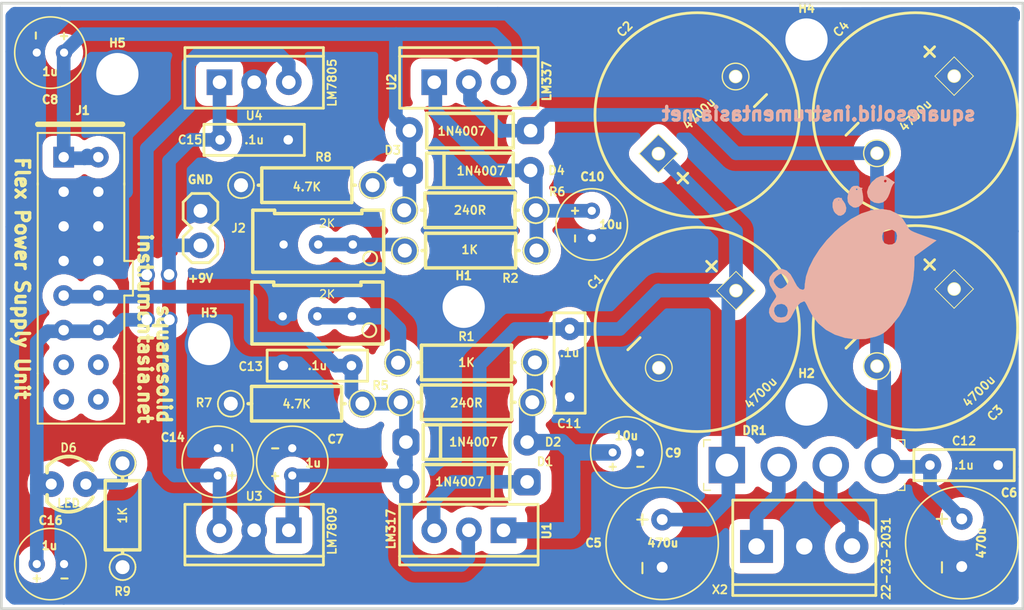
<source format=kicad_pcb>
(kicad_pcb (version 20171130) (host pcbnew "(5.0.2-5)-5")
  (layers (0 Top signal) (31 Bottom signal) (34 B.Paste user) (35 F.Paste user) (36 B.SilkS user) (37 F.SilkS user) (38 B.Mask user) (39 F.Mask user) (44 Edge.Cuts user))
  (net 0 "")
  (net 1 GND)
  (net 2 "Net-(C9-Pad+)")
  (net 3 "Net-(R2-Pad1)")
  (net 4 "Net-(R1-Pad1)")
  (net 5 "Net-(C10-Pad+)")
  (net 6 /+12VAC)
  (net 7 /-12VAC)
  (net 8 /+12VDC)
  (net 9 /-12VDC)
  (net 10 +5V)
  (net 11 "Net-(J1-Pad14)")
  (net 12 "Net-(J1-Pad13)")
  (net 13 "Net-(J1-Pad15)")
  (net 14 "Net-(J1-Pad16)")
  (net 15 "Net-(D6-Pad1)")
  (net 16 +12Vor+15V)
  (net 17 -12Vor-15V)
  (net 18 +12Vor+9V)
  (module custom-footprints:MountingHolePad_M3 (layer Top) (at 134.493 77.089)
    (fp_text reference H5 (at 0 -2.286) (layer F.SilkS) (effects (font (size 0.6 0.6))))
    (fp_text value MountingHole_Pad hide)
    (pad 1 thru_hole circle (at 0 0) (size 3.6 3.6) (drill 3.1) (layers *.Cu *.Mask) (net 1 GND))
  )
  (module "SF Connectors:1X02" (layer Top) (at 140.589 89.662 90)
    (fp_text reference J2 (at 1.27 2.794) (layer F.SilkS) (effects (font (size 0.6096 0.6096) (thickness 0.127))))
    (fp_text value CONN_02 hide)
    (pad 1 thru_hole circle (at 0 0 90) (size 1.8796 1.8796) (drill 1.016) (layers *.Cu *.Mask) (net 18 +12Vor+9V))
    (pad 2 thru_hole circle (at 2.54 0 90) (size 1.8796 1.8796) (drill 1.016) (layers *.Cu *.Mask) (net 1 GND))
  )
  (module custom-footprints:MountingHolePad_M3 (layer Top) (at 141.224 96.901)
    (fp_text reference H3 (at 0 -2.286) (layer F.SilkS) (effects (font (size 0.6 0.6))))
    (fp_text value MountingHole_Pad hide)
    (pad 1 thru_hole circle (at 0 0) (size 3.6 3.6) (drill 3.1) (layers *.Cu *.Mask) (net 1 GND))
  )
  (module custom-footprints:MountingHolePad_M3 (layer Top) (at 185.039 101.346)
    (fp_text reference H2 (at 0 -2.286) (layer F.SilkS) (effects (font (size 0.6 0.6))))
    (fp_text value MountingHole_Pad hide)
    (pad 1 thru_hole circle (at 0 0) (size 3.6 3.6) (drill 3.1) (layers *.Cu *.Mask) (net 1 GND))
  )
  (module custom-footprints:MountingHolePad_M3 (layer Top) (at 159.893 94.1705)
    (fp_text reference H1 (at 0 -2.286) (layer F.SilkS) (effects (font (size 0.6 0.6))))
    (fp_text value MountingHole_Pad hide)
    (pad 1 thru_hole circle (at 0 0) (size 3.6 3.6) (drill 3.1) (layers *.Cu *.Mask) (net 1 GND))
  )
  (module custom-footprints:MountingHolePad_M3 (layer Top) (at 185.039 74.549)
    (fp_text reference H4 (at 0 -2.286) (layer F.SilkS) (effects (font (size 0.6 0.6))))
    (fp_text value MountingHole_Pad hide)
    (pad 1 thru_hole circle (at 0 0) (size 3.6 3.6) (drill 3.1) (layers *.Cu *.Mask) (net 1 GND))
  )
  (module custom-footprints:C_Radial_D8.0mm_H7.0mm_P3.50mm (layer Top) (at 196.424184 109.739272 270)
    (fp_text reference C6 (at -1.916272 -3.473816) (layer F.SilkS) (effects (font (size 0.6 0.6))))
    (fp_text value 470u (at 1.766728 -1.441816 90) (layer F.SilkS) (effects (font (size 0.6 0.6))))
    (fp_text user - (at 3.556 1.524 270) (layer F.SilkS))
    (fp_text user + (at 0 1.524 270) (layer F.SilkS))
    (pad + thru_hole circle (at 0 0 270) (size 1.6 1.6) (drill 0.8) (layers *.Cu *.Mask) (net 9 /-12VDC))
    (pad - thru_hole circle (at 3.5 0 270) (size 1.6 1.6) (drill 0.8) (layers *.Cu *.Mask) (net 1 GND))
  )
  (module custom-footprints:C_Radial_D8.0mm_H7.0mm_P3.50mm (layer Top) (at 174.453184 109.790072 270)
    (fp_text reference C5 (at 1.715928 5.035184) (layer F.SilkS) (effects (font (size 0.6 0.6))))
    (fp_text value 470u (at 1.715928 -0.044816 180) (layer F.SilkS) (effects (font (size 0.6 0.6))))
    (fp_text user + (at 0 1.524 270) (layer F.SilkS))
    (fp_text user - (at 3.556 1.524 270) (layer F.SilkS))
    (pad - thru_hole circle (at 3.5 0 270) (size 1.6 1.6) (drill 0.8) (layers *.Cu *.Mask) (net 1 GND))
    (pad + thru_hole circle (at 0 0 270) (size 1.6 1.6) (drill 0.8) (layers *.Cu *.Mask) (net 8 /+12VDC))
  )
  (module digikey-footprints:SIP-4_W3.81mm (layer Top) (at 179.197 105.791)
    (fp_text reference DR1 (at 2.032 -2.54) (layer F.SilkS) (effects (font (size 0.6 0.6))))
    (fp_text value KBP04G hide)
    (pad 1 thru_hole rect (at 0 0) (size 2.67 2.67) (drill 1.67) (layers *.Cu *.Mask) (net 8 /+12VDC))
    (pad 2 thru_hole circle (at 3.81 0) (size 2.67 2.67) (drill 1.67) (layers *.Cu *.Mask) (net 6 /+12VAC))
    (pad 3 thru_hole circle (at 7.62 0) (size 2.67 2.67) (drill 1.67) (layers *.Cu *.Mask) (net 7 /-12VAC))
    (pad 4 thru_hole circle (at 11.43 0) (size 2.67 2.67) (drill 1.67) (layers *.Cu *.Mask) (net 9 /-12VDC))
  )
  (module europi:IDC-2x8 (layer Top) (at 131.826 92.075 270)
    (fp_text reference J1 (at -12.319 -0.127) (layer F.SilkS) (effects (font (size 0.6 0.6))))
    (fp_text value EURO_PWR_2x8_IDC hide)
    (pad 6 thru_hole circle (at -3.81 -1.27 270) (size 1.524 1.524) (drill 0.762) (layers *.Cu *.Mask) (net 1 GND))
    (pad 8 thru_hole circle (at -1.27 -1.27 270) (size 1.524 1.524) (drill 0.762) (layers *.Cu *.Mask) (net 1 GND))
    (pad 10 thru_hole circle (at 1.27 -1.27 270) (size 1.524 1.524) (drill 0.762) (layers *.Cu *.Mask) (net 16 +12Vor+15V))
    (pad 4 thru_hole circle (at -6.35 -1.27 270) (size 1.524 1.524) (drill 0.762) (layers *.Cu *.Mask) (net 1 GND))
    (pad 2 thru_hole circle (at -8.89 -1.27 270) (size 1.524 1.524) (drill 0.762) (layers *.Cu *.Mask) (net 17 -12Vor-15V))
    (pad 1 thru_hole rect (at -8.89 1.27 270) (size 1.524 1.524) (drill 0.762) (layers *.Cu *.Mask) (net 17 -12Vor-15V))
    (pad 3 thru_hole circle (at -6.35 1.27 270) (size 1.524 1.524) (drill 0.762) (layers *.Cu *.Mask) (net 1 GND))
    (pad 5 thru_hole circle (at -3.81 1.27 270) (size 1.524 1.524) (drill 0.762) (layers *.Cu *.Mask) (net 1 GND))
    (pad 7 thru_hole circle (at -1.27 1.27 270) (size 1.524 1.524) (drill 0.762) (layers *.Cu *.Mask) (net 1 GND))
    (pad 9 thru_hole circle (at 1.27 1.27 270) (size 1.524 1.524) (drill 0.762) (layers *.Cu *.Mask) (net 16 +12Vor+15V))
    (pad 12 thru_hole circle (at 3.81 -1.27 270) (size 1.524 1.524) (drill 0.762) (layers *.Cu *.Mask) (net 10 +5V))
    (pad 11 thru_hole circle (at 3.81 1.27 270) (size 1.524 1.524) (drill 0.762) (layers *.Cu *.Mask) (net 10 +5V))
    (pad 14 thru_hole circle (at 6.35 -1.27 270) (size 1.524 1.524) (drill 0.762) (layers *.Cu *.Mask) (net 11 "Net-(J1-Pad14)"))
    (pad 13 thru_hole circle (at 6.35 1.27 270) (size 1.524 1.524) (drill 0.762) (layers *.Cu *.Mask) (net 12 "Net-(J1-Pad13)"))
    (pad 15 thru_hole circle (at 8.89 1.27 270) (size 1.524 1.524) (drill 0.762) (layers *.Cu *.Mask) (net 13 "Net-(J1-Pad15)"))
    (pad 16 thru_hole circle (at 8.89 -1.27 270) (size 1.524 1.524) (drill 0.762) (layers *.Cu *.Mask) (net 14 "Net-(J1-Pad16)"))
  )
  (module custom-footprints:TO220-IGO (layer Top) (at 144.526 110.577472 180)
    (fp_text reference U3 (at 0 2.500472 180) (layer F.SilkS) (effects (font (size 0.6096 0.6096) (thickness 0.127))))
    (fp_text value LM7809 (at -5.715 -0.039528 270) (layer F.SilkS) (effects (font (size 0.6096 0.6096) (thickness 0.127))))
    (pad 2 thru_hole circle (at 0 0 180) (size 1.8796 1.8796) (drill 0.99822) (layers *.Cu *.Mask) (net 1 GND))
    (pad 1 thru_hole rect (at -2.54 0 180) (size 1.8796 1.8796) (drill 0.99822) (layers *.Cu *.Mask) (net 16 +12Vor+15V))
    (pad 3 thru_hole circle (at 2.54 0 180) (size 1.8796 1.8796) (drill 0.99822) (layers *.Cu *.Mask) (net 18 +12Vor+9V))
  )
  (module custom-footprints:TO220-IGO (layer Top) (at 144.526 77.684472)
    (fp_text reference U4 (at 0 2.452528) (layer F.SilkS) (effects (font (size 0.6096 0.6096) (thickness 0.127))))
    (fp_text value LM7805 (at 5.715 0.039528 90) (layer F.SilkS) (effects (font (size 0.6096 0.6096) (thickness 0.127))))
    (pad 3 thru_hole circle (at 2.54 0) (size 1.8796 1.8796) (drill 0.99822) (layers *.Cu *.Mask) (net 10 +5V))
    (pad 1 thru_hole rect (at -2.54 0) (size 1.8796 1.8796) (drill 0.99822) (layers *.Cu *.Mask) (net 18 +12Vor+9V))
    (pad 2 thru_hole circle (at 0 0) (size 1.8796 1.8796) (drill 0.99822) (layers *.Cu *.Mask) (net 1 GND))
  )
  (module custom-footprints:TRANSISTOR_POWER_TO220-ADJ (layer Top) (at 160.274 110.577472 180)
    (fp_text reference U1 (at -5.715 -0.039528 90) (layer F.SilkS) (effects (font (size 0.6096 0.6096))))
    (fp_text value LM317 (at 5.715 0.087472 90) (layer F.SilkS) (effects (font (size 0.6096 0.6096))))
    (pad 2 thru_hole circle (at 0 0 180) (size 1.8796 1.8796) (drill 0.99822) (layers *.Cu *.Mask) (net 16 +12Vor+15V))
    (pad 3 thru_hole circle (at 2.54 0 180) (size 1.8796 1.8796) (drill 0.99822) (layers *.Cu *.Mask) (net 8 /+12VDC))
    (pad 1 thru_hole rect (at -2.54 0 180) (size 1.8796 1.8796) (drill 0.99822) (layers *.Cu *.Mask) (net 2 "Net-(C9-Pad+)"))
  )
  (module custom-footprints:TRANSISTOR_POWER_TO220-ADJ (layer Top) (at 160.274 77.684472)
    (fp_text reference U2 (at -5.6642 -0.011272 270) (layer F.SilkS) (effects (font (size 0.6096 0.6096))))
    (fp_text value LM337 (at 5.715 -0.087472 270) (layer F.SilkS) (effects (font (size 0.6096 0.6096))))
    (pad 1 thru_hole rect (at -2.54 0) (size 1.8796 1.8796) (drill 0.99822) (layers *.Cu *.Mask) (net 5 "Net-(C10-Pad+)"))
    (pad 3 thru_hole circle (at 2.54 0) (size 1.8796 1.8796) (drill 0.99822) (layers *.Cu *.Mask) (net 17 -12Vor-15V))
    (pad 2 thru_hole circle (at 0 0) (size 1.8796 1.8796) (drill 0.99822) (layers *.Cu *.Mask) (net 9 /-12VDC))
  )
  (module "adjustable PSU:C_Radial_D5.0mm_H5.0mm_P2.00mm" (layer Top) (at 129.5974 113.0554)
    (fp_text reference C16 (at 0 -3.2004) (layer F.SilkS) (effects (font (size 0.6 0.6))))
    (fp_text value 1u (at -0.0805 -1.356272) (layer F.SilkS) (effects (font (size 0.6 0.6))))
    (fp_text user + (at -1.016 1.016) (layer F.SilkS) (effects (font (size 0.6 0.6))))
    (fp_text user - (at 1.016 1.016) (layer F.SilkS) (effects (font (size 0.6 0.6))))
    (pad - thru_hole circle (at 0.984 0) (size 1.2 1.2) (drill 0.6) (layers *.Cu *.Mask) (net 1 GND))
    (pad + thru_hole circle (at -1.016 0) (size 1.2 1.2) (drill 0.6) (layers *.Cu *.Mask) (net 10 +5V))
  )
  (module custom-footprints:R_AXIAL_0.25W (layer Top) (at 134.874 109.474 90)
    (fp_text reference R9 (at -5.588 0 180) (layer F.SilkS) (effects (font (size 0.6096 0.6096) (thickness 0.127))))
    (fp_text value 1K (at 0 0 90) (layer F.SilkS) (effects (font (size 0.6096 0.6096) (thickness 0.127))))
    (pad 2 thru_hole circle (at 3.81 0 90) (size 2.032 2.032) (drill 1.016) (layers *.Cu *.Mask) (net 15 "Net-(D6-Pad1)"))
    (pad 1 thru_hole circle (at -3.81 0 90) (size 2.032 2.032) (drill 1.016) (layers *.Cu *.Mask) (net 1 GND))
  )
  (module "SF LED:LED_3MM" (layer Top) (at 130.9116 107.188 180)
    (fp_text reference D6 (at 0 2.667 180) (layer F.SilkS) (effects (font (size 0.6096 0.6096) (thickness 0.127))))
    (fp_text value LED (at 0 -1.397 180) (layer F.SilkS) (effects (font (size 0.6096 0.6096) (thickness 0.127))))
    (pad 1 thru_hole circle (at -1.27 0 180) (size 1.8796 1.8796) (drill 0.8128) (layers *.Cu *.Mask) (net 15 "Net-(D6-Pad1)"))
    (pad 2 thru_hole circle (at 1.27 0 180) (size 1.8796 1.8796) (drill 0.8128) (layers *.Cu *.Mask) (net 10 +5V))
  )
  (module custom-footprints:CAP-PTH-5MM (layer Top) (at 144.526 81.915)
    (fp_text reference C15 (at -4.699 0 180) (layer F.SilkS) (effects (font (size 0.6096 0.6096) (thickness 0.127))))
    (fp_text value .1u (at 0 0 180) (layer F.SilkS) (effects (font (size 0.6096 0.6096) (thickness 0.127))))
    (pad + thru_hole circle (at -2.49936 0) (size 1.651 1.651) (drill 0.6985) (layers *.Cu *.Mask) (net 18 +12Vor+9V))
    (pad - thru_hole circle (at 2.49936 0) (size 1.651 1.651) (drill 0.6985) (layers *.Cu *.Mask) (net 1 GND))
  )
  (module custom-footprints:CAP-PTH-5MM (layer Top) (at 167.6654 98.298 270)
    (fp_text reference C11 (at 4.445 0.0254) (layer F.SilkS) (effects (font (size 0.6096 0.6096) (thickness 0.127))))
    (fp_text value .1u (at -0.762 0) (layer F.SilkS) (effects (font (size 0.6096 0.6096) (thickness 0.127))))
    (pad - thru_hole circle (at 2.49936 0 270) (size 1.651 1.651) (drill 0.6985) (layers *.Cu *.Mask) (net 1 GND))
    (pad + thru_hole circle (at -2.49936 0 270) (size 1.651 1.651) (drill 0.6985) (layers *.Cu *.Mask) (net 8 /+12VDC))
  )
  (module "adjustable PSU:C_Radial_D5.0mm_H5.0mm_P2.00mm" (layer Top) (at 141.859 105.537 90)
    (fp_text reference C14 (at 1.778 -3.302 180) (layer F.SilkS) (effects (font (size 0.6 0.6))))
    (fp_text value 1u hide)
    (fp_text user + (at -1.016 1.016 90) (layer F.SilkS) (effects (font (size 0.6 0.6))))
    (fp_text user - (at 1.016 1.016 90) (layer F.SilkS) (effects (font (size 0.6 0.6))))
    (pad - thru_hole circle (at 0.984 0 90) (size 1.2 1.2) (drill 0.6) (layers *.Cu *.Mask) (net 1 GND))
    (pad + thru_hole circle (at -1.016 0 90) (size 1.2 1.2) (drill 0.6) (layers *.Cu *.Mask) (net 18 +12Vor+9V))
  )
  (module custom-footprints:CAP-PTH-5MM (layer Top) (at 149.1615 98.4885 180)
    (fp_text reference C13 (at 4.8895 -0.0635) (layer F.SilkS) (effects (font (size 0.6096 0.6096) (thickness 0.127))))
    (fp_text value .1u (at 0 0) (layer F.SilkS) (effects (font (size 0.6096 0.6096) (thickness 0.127))))
    (pad + thru_hole circle (at -2.49936 0 180) (size 1.651 1.651) (drill 0.6985) (layers *.Cu *.Mask) (net 16 +12Vor+15V))
    (pad - thru_hole circle (at 2.49936 0 180) (size 1.651 1.651) (drill 0.6985) (layers *.Cu *.Mask) (net 1 GND))
  )
  (module "SF Connectors:SCREWTERMINAL-3.5MM-3" (layer Top) (at 181.37688 111.76)
    (fp_text reference X2 (at -2.68788 3.175) (layer F.SilkS) (effects (font (size 0.6096 0.6096) (thickness 0.127))))
    (fp_text value 22-23-2031 (at 9.50412 0.889 270) (layer F.SilkS) (effects (font (size 0.6 0.6) (thickness 0.127))))
    (pad 1 thru_hole rect (at 0 0) (size 2.413 2.413) (drill 1.19888) (layers *.Cu *.Mask) (net 6 /+12VAC))
    (pad 2 thru_hole circle (at 3.49758 0) (size 2.413 2.413) (drill 1.19888) (layers *.Cu *.Mask) (net 1 GND))
    (pad 3 thru_hole circle (at 6.9977 0) (size 2.413 2.413) (drill 1.19888) (layers *.Cu *.Mask) (net 7 /-12VAC))
  )
  (module custom-footprints:CAP-PTH-5MM (layer Top) (at 196.596 105.791)
    (fp_text reference C12 (at 0 -1.778 180) (layer F.SilkS) (effects (font (size 0.6096 0.6096) (thickness 0.127))))
    (fp_text value .1u (at 0 0 180) (layer F.SilkS) (effects (font (size 0.6096 0.6096) (thickness 0.127))))
    (pad - thru_hole circle (at 2.49936 0) (size 1.651 1.651) (drill 0.6985) (layers *.Cu *.Mask) (net 1 GND))
    (pad + thru_hole circle (at -2.49936 0) (size 1.651 1.651) (drill 0.6985) (layers *.Cu *.Mask) (net 9 /-12VDC))
  )
  (module "adjustable PSU:C_Radial_D5.0mm_H5.0mm_P2.00mm" (layer Top) (at 171.836984 104.862472)
    (fp_text reference C9 (at 3.423016 0.039528) (layer F.SilkS) (effects (font (size 0.6 0.6))))
    (fp_text value 10u (at 0 -1.230472) (layer F.SilkS) (effects (font (size 0.6 0.6))))
    (fp_text user + (at -1.016 1.016) (layer F.SilkS) (effects (font (size 0.6 0.6))))
    (fp_text user - (at 1.016 1.016) (layer F.SilkS) (effects (font (size 0.6 0.6))))
    (pad - thru_hole circle (at 0.984 0) (size 1.2 1.2) (drill 0.6) (layers *.Cu *.Mask) (net 1 GND))
    (pad + thru_hole circle (at -1.016 0) (size 1.2 1.2) (drill 0.6) (layers *.Cu *.Mask) (net 2 "Net-(C9-Pad+)"))
  )
  (module custom-footprints:R-TRIMPOT64W (layer Top) (at 149.225 89.5985 90)
    (fp_text reference R4 hide)
    (fp_text value 2K (at 1.2065 0 180) (layer F.SilkS) (effects (font (size 0.6 0.6) (thickness 0.09652)) (justify left bottom)))
    (pad 3 thru_hole circle (at 0 -2.54 90) (size 1.3716 1.3716) (drill 0.6096) (layers *.Cu *.Mask) (net 1 GND))
    (pad 2 thru_hole circle (at 0 0 90) (size 1.3716 1.3716) (drill 0.6096) (layers *.Cu *.Mask) (net 3 "Net-(R2-Pad1)"))
    (pad 1 thru_hole circle (at 0 2.54 90) (size 1.3716 1.3716) (drill 0.6096) (layers *.Cu *.Mask) (net 3 "Net-(R2-Pad1)"))
  )
  (module custom-footprints:R-TRIMPOT64W (layer Top) (at 149.1615 94.869 90)
    (fp_text reference R3 hide)
    (fp_text value 2K (at 1.27 0.0635 180) (layer F.SilkS) (effects (font (size 0.6 0.6) (thickness 0.09652)) (justify left bottom)))
    (pad 3 thru_hole circle (at 0 -2.54 90) (size 1.3716 1.3716) (drill 0.6096) (layers *.Cu *.Mask) (net 1 GND))
    (pad 2 thru_hole circle (at 0 0 90) (size 1.3716 1.3716) (drill 0.6096) (layers *.Cu *.Mask) (net 4 "Net-(R1-Pad1)"))
    (pad 1 thru_hole circle (at 0 2.54 90) (size 1.3716 1.3716) (drill 0.6096) (layers *.Cu *.Mask) (net 4 "Net-(R1-Pad1)"))
  )
  (module "adjustable PSU:C_Radial_D5.0mm_H5.0mm_P2.00mm" (layer Top) (at 169.291 88.138 270)
    (fp_text reference C10 (at -3.516472 -0.044816) (layer F.SilkS) (effects (font (size 0.6 0.6))))
    (fp_text value 10u (at 0 -1.397) (layer F.SilkS) (effects (font (size 0.6 0.6))))
    (fp_text user - (at 1.016 1.27 270) (layer F.SilkS) (effects (font (size 0.6 0.6))))
    (fp_text user + (at -1.016 1.27 270) (layer F.SilkS) (effects (font (size 0.6 0.6))))
    (pad + thru_hole circle (at -1.016 0 270) (size 1.2 1.2) (drill 0.6) (layers *.Cu *.Mask) (net 5 "Net-(C10-Pad+)"))
    (pad - thru_hole circle (at 0.984 0 270) (size 1.2 1.2) (drill 0.6) (layers *.Cu *.Mask) (net 1 GND))
  )
  (module "adjustable PSU:C_Radial_D5.0mm_H5.0mm_P2.00mm" (layer Top) (at 129.5654 75.509672 180)
    (fp_text reference C8 (at 0.0063 -3.4544) (layer F.SilkS) (effects (font (size 0.6 0.6))))
    (fp_text value 1u (at 0.0063 -1.397) (layer F.SilkS) (effects (font (size 0.6 0.6))))
    (fp_text user - (at 1.093872 1.251316 270) (layer F.SilkS) (effects (font (size 0.6 0.6))))
    (fp_text user + (at -1.016 1.251316 180) (layer F.SilkS) (effects (font (size 0.6 0.6))))
    (pad + thru_hole circle (at -1.016 0 180) (size 1.2 1.2) (drill 0.6) (layers *.Cu *.Mask) (net 17 -12Vor-15V))
    (pad - thru_hole circle (at 0.984 0 180) (size 1.2 1.2) (drill 0.6) (layers *.Cu *.Mask) (net 1 GND))
  )
  (module "adjustable PSU:C_Radial_D5.0mm_H5.0mm_P2.00mm" (layer Top) (at 147.32 105.537 90)
    (fp_text reference C7 (at 1.651 3.175 180) (layer F.SilkS) (effects (font (size 0.6 0.6))))
    (fp_text value 1u (at -0.097072 1.542684) (layer F.SilkS) (effects (font (size 0.6 0.6))))
    (fp_text user + (at -1.016 -1.251316 180) (layer F.SilkS) (effects (font (size 0.6 0.6))))
    (fp_text user - (at 1.016 -1.251316 180) (layer F.SilkS) (effects (font (size 0.6 0.6))))
    (pad - thru_hole circle (at 0.984 0 90) (size 1.2 1.2) (drill 0.6) (layers *.Cu *.Mask) (net 1 GND))
    (pad + thru_hole circle (at -1.016 0 90) (size 1.2 1.2) (drill 0.6) (layers *.Cu *.Mask) (net 16 +12Vor+15V))
  )
  (module custom-footprints:DIODE-1N400X (layer Top) (at 160.102184 107.021472)
    (fp_text reference D1 (at 5.759816 -1.484472 180) (layer F.SilkS) (effects (font (size 0.6096 0.6096) (thickness 0.127))))
    (fp_text value 1N4007 (at -0.508 0) (layer F.SilkS) (effects (font (size 0.6096 0.6096) (thickness 0.127))))
    (pad 1 thru_hole roundrect (at 4.445 0) (size 1.9812 1.9812) (drill 0.99822) (layers *.Cu *.Mask) (net 8 /+12VDC))
    (pad 2 thru_hole circle (at -4.445 0) (size 1.9812 1.9812) (drill 0.99822) (layers *.Cu *.Mask) (net 16 +12Vor+15V))
  )
  (module custom-footprints:DIODE-1N400X (layer Top) (at 160.102184 104.100472 180)
    (fp_text reference D2 (at -6.35 0) (layer F.SilkS) (effects (font (size 0.6096 0.6096) (thickness 0.127))))
    (fp_text value 1N4007 (at -0.508 0 180) (layer F.SilkS) (effects (font (size 0.6096 0.6096) (thickness 0.127))))
    (pad 1 thru_hole roundrect (at 4.445 0 180) (size 1.9812 1.9812) (drill 0.99822) (layers *.Cu *.Mask) (net 16 +12Vor+15V))
    (pad 2 thru_hole circle (at -4.445 0 180) (size 1.9812 1.9812) (drill 0.99822) (layers *.Cu *.Mask) (net 2 "Net-(C9-Pad+)"))
  )
  (module custom-footprints:DIODE-1N400X (layer Top) (at 160.356184 84.161472 180)
    (fp_text reference D4 (at -6.35 0) (layer F.SilkS) (effects (font (size 0.6096 0.6096) (thickness 0.127))))
    (fp_text value 1N4007 (at -0.806816 -0.039528 180) (layer F.SilkS) (effects (font (size 0.6096 0.6096) (thickness 0.127))))
    (pad 1 thru_hole roundrect (at 4.445 0 180) (size 1.9812 1.9812) (drill 0.99822) (layers *.Cu *.Mask) (net 17 -12Vor-15V))
    (pad 2 thru_hole circle (at -4.445 0 180) (size 1.9812 1.9812) (drill 0.99822) (layers *.Cu *.Mask) (net 5 "Net-(C10-Pad+)"))
  )
  (module custom-footprints:DIODE-1N400X (layer Top) (at 160.356184 81.240472)
    (fp_text reference D3 (at -5.670184 1.436528 180) (layer F.SilkS) (effects (font (size 0.6096 0.6096) (thickness 0.127))))
    (fp_text value 1N4007 (at -0.590184 0.039528) (layer F.SilkS) (effects (font (size 0.6096 0.6096) (thickness 0.127))))
    (pad 1 thru_hole roundrect (at 4.445 0) (size 1.9812 1.9812) (drill 0.99822) (layers *.Cu *.Mask) (net 9 /-12VDC))
    (pad 2 thru_hole circle (at -4.445 0) (size 1.9812 1.9812) (drill 0.99822) (layers *.Cu *.Mask) (net 17 -12Vor-15V))
  )
  (module custom-footprints:C_POL-RADIAL-15MM (layer Top) (at 193.024384 80.082272 45)
    (fp_text reference C4 (at 0.600962 -8.301897 -135) (layer F.SilkS) (effects (font (size 0.6096 0.6096) (thickness 0.127))))
    (fp_text value 4700u (at -0.027656 0.049741 -135) (layer F.SilkS) (effects (font (size 0.6096 0.6096) (thickness 0.127))))
    (pad + thru_hole rect (at 4.02336 0 45) (size 1.9304 1.9304) (drill 0.89916) (layers *.Cu *.Mask) (net 1 GND))
    (pad - thru_hole circle (at -3.98272 0 45) (size 1.9304 1.9304) (drill 0.89916) (layers *.Cu *.Mask) (net 9 /-12VDC))
  )
  (module custom-footprints:C_POL-RADIAL-15MM (layer Top) (at 193.024384 95.710272 45)
    (fp_text reference C3 (at -0.292114 8.576034 -135) (layer F.SilkS) (effects (font (size 0.6096 0.6096) (thickness 0.127))))
    (fp_text value 4700u (at 0 6.604 -135) (layer F.SilkS) (effects (font (size 0.6096 0.6096) (thickness 0.127))))
    (pad - thru_hole circle (at -3.98272 0 45) (size 1.9304 1.9304) (drill 0.89916) (layers *.Cu *.Mask) (net 9 /-12VDC))
    (pad + thru_hole rect (at 4.02336 0 45) (size 1.9304 1.9304) (drill 0.89916) (layers *.Cu *.Mask) (net 1 GND))
  )
  (module custom-footprints:C_POL-RADIAL-15MM (layer Top) (at 177.022384 80.082272 225)
    (fp_text reference C2 (at -0.690764 8.212095 45) (layer F.SilkS) (effects (font (size 0.6096 0.6096) (thickness 0.127))))
    (fp_text value 4700u (at -0.151949 -0.049741 45) (layer F.SilkS) (effects (font (size 0.6096 0.6096) (thickness 0.127))))
    (pad + thru_hole rect (at 4.02336 0 225) (size 1.9304 1.9304) (drill 0.89916) (layers *.Cu *.Mask) (net 8 /+12VDC))
    (pad - thru_hole circle (at -3.98272 0 225) (size 1.9304 1.9304) (drill 0.89916) (layers *.Cu *.Mask) (net 1 GND))
  )
  (module custom-footprints:C_POL-RADIAL-15MM (layer Top) (at 177.022384 95.830272 45)
    (fp_text reference C1 (at -2.811536 -7.763082 -135) (layer F.SilkS) (effects (font (size 0.6096 0.6096) (thickness 0.127))))
    (fp_text value 4700u (at 0 6.604 -135) (layer F.SilkS) (effects (font (size 0.6096 0.6096) (thickness 0.127))))
    (pad - thru_hole circle (at -3.98272 0 45) (size 1.9304 1.9304) (drill 0.89916) (layers *.Cu *.Mask) (net 1 GND))
    (pad + thru_hole rect (at 4.02336 0 45) (size 1.9304 1.9304) (drill 0.89916) (layers *.Cu *.Mask) (net 8 /+12VDC))
  )
  (module custom-footprints:R_AXIAL_0.5W (layer Top) (at 160.098374 98.258472)
    (fp_text reference R1 (at 0 -1.905) (layer F.SilkS) (effects (font (size 0.6096 0.6096) (thickness 0.127))))
    (fp_text value 1K (at 0 0) (layer F.SilkS) (effects (font (size 0.6096 0.6096) (thickness 0.127))))
    (pad 1 thru_hole circle (at -5.0165 0.01778) (size 2.032 2.032) (drill 1.016) (layers *.Cu *.Mask) (net 4 "Net-(R1-Pad1)"))
    (pad 2 thru_hole circle (at 5.01904 0) (size 2.032 2.032) (drill 1.016) (layers *.Cu *.Mask) (net 2 "Net-(C9-Pad+)"))
  )
  (module custom-footprints:R_AXIAL_0.5W (layer Top) (at 160.401 90.043)
    (fp_text reference R2 (at 2.921 2.032) (layer F.SilkS) (effects (font (size 0.6096 0.6096) (thickness 0.127))))
    (fp_text value 1K (at -0.0635 -0.0635) (layer F.SilkS) (effects (font (size 0.6096 0.6096) (thickness 0.127))))
    (pad 1 thru_hole circle (at -4.826 0) (size 2.032 2.032) (drill 1.016) (layers *.Cu *.Mask) (net 3 "Net-(R2-Pad1)"))
    (pad 2 thru_hole circle (at 4.826 0) (size 2.032 2.032) (drill 1.016) (layers *.Cu *.Mask) (net 5 "Net-(C10-Pad+)"))
  )
  (module custom-footprints:R_AXIAL_0.5W (layer Top) (at 160.102184 101.179472 180)
    (fp_text reference R5 (at 6.305184 1.230472) (layer F.SilkS) (effects (font (size 0.6096 0.6096) (thickness 0.127))))
    (fp_text value 240R (at 0 -0.050038 180) (layer F.SilkS) (effects (font (size 0.6096 0.6096) (thickness 0.127))))
    (pad 1 thru_hole circle (at -4.826 0 180) (size 2.032 2.032) (drill 1.016) (layers *.Cu *.Mask) (net 2 "Net-(C9-Pad+)"))
    (pad 2 thru_hole circle (at 4.826 0 180) (size 2.032 2.032) (drill 1.016) (layers *.Cu *.Mask) (net 16 +12Vor+15V))
  )
  (module custom-footprints:R_AXIAL_0.5W (layer Top) (at 160.358725 87.082472 180)
    (fp_text reference R6 (at -6.392275 1.357472 180) (layer F.SilkS) (effects (font (size 0.6096 0.6096) (thickness 0.127))))
    (fp_text value 240R (at 0 0 180) (layer F.SilkS) (effects (font (size 0.6096 0.6096) (thickness 0.127))))
    (pad 2 thru_hole circle (at 4.826 0 180) (size 2.032 2.032) (drill 1.016) (layers *.Cu *.Mask) (net 17 -12Vor-15V))
    (pad 1 thru_hole circle (at -4.826 0 180) (size 2.032 2.032) (drill 1.016) (layers *.Cu *.Mask) (net 5 "Net-(C10-Pad+)"))
  )
  (module custom-footprints:R_AXIAL_0.5W (layer Top) (at 147.6375 101.2825)
    (fp_text reference R7 (at -6.7945 -0.0635) (layer F.SilkS) (effects (font (size 0.6096 0.6096) (thickness 0.127))))
    (fp_text value 4.7K (at 0 0.0254) (layer F.SilkS) (effects (font (size 0.6096 0.6096) (thickness 0.127))))
    (pad 1 thru_hole circle (at -4.826 0) (size 2.032 2.032) (drill 1.016) (layers *.Cu *.Mask) (net 1 GND))
    (pad 2 thru_hole circle (at 4.826 0) (size 2.032 2.032) (drill 1.016) (layers *.Cu *.Mask) (net 16 +12Vor+15V))
  )
  (module custom-footprints:R_AXIAL_0.5W (layer Top) (at 148.3868 85.2424)
    (fp_text reference R8 (at 1.2192 -2.0574) (layer F.SilkS) (effects (font (size 0.6096 0.6096) (thickness 0.127))))
    (fp_text value 4.7K (at 0 0.127) (layer F.SilkS) (effects (font (size 0.6096 0.6096) (thickness 0.127))))
    (pad 2 thru_hole circle (at 4.826 0) (size 2.032 2.032) (drill 1.016) (layers *.Cu *.Mask) (net 17 -12Vor-15V))
    (pad 1 thru_hole circle (at -4.826 0) (size 2.032 2.032) (drill 1.016) (layers *.Cu *.Mask) (net 1 GND))
  )
  (module custom-footprints:squaresolid (layer Bottom) (at 188.468 90.551 180)
    (fp_text reference G*** hide)
    (fp_text value LOGO hide)
  )
  (gr_text GND (at 140.589 84.836) (layer F.SilkS) (effects (font (size 0.6 0.6))))
  (gr_text +9V (at 140.589 92.075) (layer F.SilkS) (effects (font (size 0.6 0.6))))
  (gr_text "Flex Power Supply Unit" (at 127.508 92.075 270) (layer F.SilkS) (effects (font (size 1 1) (thickness 0.25))))
  (gr_text instrumentasia.net (at 136.525 95.764429 270) (layer F.SilkS) (effects (font (size 1 1) (thickness 0.25))))
  (gr_text squaresolid.instrumentasia.net (at 185.928 80.01) (layer B.SilkS) (effects (font (size 1 1) (thickness 0.25)) (justify mirror)))
  (gr_text squaresolid (at 137.922 98.383477 270) (layer F.SilkS) (effects (font (size 1 1) (thickness 0.25))))
  (gr_line (start 128.651 80.772) (end 134.874 80.772) (layer F.SilkS) (width 0.4))
  (gr_line (start 200.914 116.332) (end 125.984 116.332) (layer Edge.Cuts) (width 0.2))
  (gr_line (start 200.914 71.882) (end 200.914 116.332) (layer Edge.Cuts) (width 0.2))
  (gr_line (start 125.984 71.882) (end 200.914 71.882) (layer Edge.Cuts) (width 0.2))
  (gr_line (start 125.984 116.332) (end 125.984 71.882) (layer Edge.Cuts) (width 0.2))
  (segment (start 172.820984 100.031672) (end 174.206176 98.64648) (width 1) (layer Bottom) (net 1))
  (segment (start 174.453184 113.290072) (end 174.453184 115.138462) (width 1) (layer Bottom) (net 1))
  (segment (start 172.055296 100.79736) (end 172.820984 100.031672) (width 1) (layer Bottom) (net 1))
  (segment (start 167.6654 100.79736) (end 172.055296 100.79736) (width 1) (layer Bottom) (net 1))
  (segment (start 199.969174 105.791) (end 200.096174 105.918) (width 1) (layer Bottom) (net 1))
  (segment (start 199.09536 105.791) (end 199.969174 105.791) (width 1) (layer Bottom) (net 1))
  (segment (start 184.87446 111.76) (end 184.87446 115.098306) (width 1) (layer Bottom) (net 1))
  (segment (start 144.526 104.553) (end 144.526 110.577472) (width 1) (layer Bottom) (net 1))
  (segment (start 141.859 104.553) (end 144.526 104.553) (width 1) (layer Bottom) (net 1))
  (segment (start 146.685 92.329) (end 146.685 92.71) (width 1) (layer Bottom) (net 1))
  (segment (start 146.685 89.916) (end 146.685 92.329) (width 1) (layer Bottom) (net 1))
  (segment (start 146.685 94.742) (end 146.685 93.772133) (width 1) (layer Bottom) (net 1))
  (segment (start 145.288 104.553) (end 147.32 104.553) (width 1) (layer Bottom) (net 1))
  (segment (start 144.526 104.553) (end 145.288 104.553) (width 1) (layer Bottom) (net 1))
  (segment (start 146.66214 94.90964) (end 146.6215 94.869) (width 1) (layer Bottom) (net 1))
  (segment (start 142.8115 103.6005) (end 141.859 104.553) (width 1) (layer Bottom) (net 1))
  (segment (start 142.8115 101.2825) (end 142.8115 103.6005) (width 1) (layer Bottom) (net 1))
  (segment (start 133.0325 85.806836) (end 130.4925 85.806836) (width 1) (layer Bottom) (net 1))
  (segment (start 130.4925 88.346836) (end 133.0325 88.346836) (width 1) (layer Bottom) (net 1))
  (segment (start 133.0325 90.886836) (end 130.4925 90.886836) (width 1) (layer Bottom) (net 1))
  (segment (start 130.4925 85.806836) (end 130.4925 88.346836) (width 1) (layer Bottom) (net 1))
  (segment (start 130.4925 90.886836) (end 130.4925 88.346836) (width 1) (layer Bottom) (net 1))
  (segment (start 144.526 84.2772) (end 143.5608 85.2424) (width 1) (layer Bottom) (net 1))
  (segment (start 147.02536 81.915) (end 145.857927 81.915) (width 1) (layer Bottom) (net 1))
  (segment (start 145.857927 81.915) (end 144.526 81.915) (width 1) (layer Bottom) (net 1))
  (segment (start 144.526 81.915) (end 144.526 84.2772) (width 1) (layer Bottom) (net 1))
  (segment (start 144.526 77.684472) (end 144.526 81.915) (width 1) (layer Bottom) (net 1))
  (segment (start 146.639836 92.918836) (end 146.685 92.964) (width 1) (layer Bottom) (net 1))
  (segment (start 146.685 92.964) (end 146.685 92.329) (width 1) (layer Bottom) (net 1))
  (segment (start 146.685 93.772133) (end 146.685 92.964) (width 1) (layer Bottom) (net 1))
  (segment (start 196.424184 113.239272) (end 196.424184 115.07639) (width 1) (layer Bottom) (net 1))
  (segment (start 172.802184 106.996072) (end 170.287584 109.510672) (width 1) (layer Bottom) (net 1))
  (segment (start 172.802184 105.6536) (end 172.802184 106.996072) (width 1) (layer Bottom) (net 1))
  (segment (start 172.820984 105.6348) (end 172.802184 105.6536) (width 1) (layer Bottom) (net 1))
  (segment (start 172.820984 100.031672) (end 172.820984 105.6348) (width 1) (layer Bottom) (net 1))
  (segment (start 170.287584 115.056974) (end 170.307 115.07639) (width 1) (layer Bottom) (net 1))
  (segment (start 170.287584 109.510672) (end 170.287584 115.056974) (width 1) (layer Bottom) (net 1))
  (segment (start 134.874 113.284) (end 134.874 115.07639) (width 1) (layer Bottom) (net 1))
  (segment (start 146.685 82.25536) (end 147.02536 81.915) (width 1) (layer Bottom) (net 1))
  (segment (start 146.66214 100.35286) (end 146.66214 98.4885) (width 1) (layer Bottom) (net 1))
  (segment (start 145.796 101.219) (end 146.66214 100.35286) (width 1) (layer Bottom) (net 1))
  (segment (start 144.24834 101.2825) (end 144.31184 101.219) (width 1) (layer Bottom) (net 1))
  (segment (start 144.31184 101.219) (end 145.796 101.219) (width 1) (layer Bottom) (net 1))
  (segment (start 142.8115 101.2825) (end 144.24834 101.2825) (width 1) (layer Bottom) (net 1))
  (segment (start 144.526 110.577472) (end 144.526 115.07639) (width 1) (layer Bottom) (net 1))
  (segment (start 200.096119 72.75661) (end 200.096119 72.757665) (width 1) (layer Bottom) (net 1))
  (segment (start 195.869329 92.865327) (end 200.093945 88.640711) (width 1) (layer Bottom) (net 1))
  (segment (start 200.093945 88.606472) (end 200.096174 88.606472) (width 1) (layer Bottom) (net 1))
  (segment (start 200.093945 88.640711) (end 200.093945 88.606472) (width 1) (layer Bottom) (net 1))
  (segment (start 130.4605 88.346836) (end 126.829174 88.346836) (width 1) (layer Bottom) (net 1))
  (segment (start 126.829174 88.346836) (end 126.78401 88.301672) (width 1) (layer Bottom) (net 1))
  (segment (start 126.78401 72.85999) (end 126.98739 72.65661) (width 1) (layer Bottom) (net 1))
  (segment (start 200.196097 72.853903) (end 200.196105 72.853895) (width 1) (layer Bottom) (net 1))
  (segment (start 200.196097 72.910559) (end 200.196097 72.853903) (width 1) (layer Bottom) (net 1))
  (segment (start 195.869329 77.237327) (end 200.196097 72.910559) (width 1) (layer Bottom) (net 1))
  (segment (start 200.196105 72.853895) (end 200.196105 72.65661) (width 1) (layer Bottom) (net 1))
  (segment (start 184.658 72.700656) (end 184.658 72.65661) (width 1) (layer Bottom) (net 1))
  (segment (start 162.390481 72.65661) (end 184.658 72.65661) (width 1) (layer Bottom) (net 1))
  (segment (start 200.093945 72.75877) (end 200.11399 72.738725) (width 1) (layer Bottom) (net 1))
  (segment (start 200.093945 88.640711) (end 200.093945 72.75877) (width 1) (layer Bottom) (net 1))
  (segment (start 200.11399 72.738725) (end 200.196132 72.65661) (width 1) (layer Bottom) (net 1))
  (segment (start 200.196105 72.65661) (end 200.11399 72.738725) (width 1) (layer Bottom) (net 1))
  (segment (start 200.093945 88.640711) (end 200.093945 115.53199) (width 1) (layer Bottom) (net 1))
  (segment (start 126.78401 115.35401) (end 126.96199 115.53199) (width 1) (layer Bottom) (net 1))
  (segment (start 126.78401 88.301672) (end 126.78401 115.35401) (width 1) (layer Bottom) (net 1))
  (segment (start 130.556 113.929328) (end 130.556 115.53199) (width 1) (layer Bottom) (net 1))
  (segment (start 130.5814 113.903928) (end 130.556 113.929328) (width 1) (layer Bottom) (net 1))
  (segment (start 130.5814 113.0554) (end 130.5814 113.903928) (width 1) (layer Bottom) (net 1))
  (segment (start 130.556 115.53199) (end 126.96199 115.53199) (width 1) (layer Bottom) (net 1))
  (segment (start 200.093945 115.53199) (end 130.556 115.53199) (width 1) (layer Bottom) (net 1))
  (segment (start 130.302 72.65661) (end 162.390481 72.65661) (width 1) (layer Bottom) (net 1))
  (segment (start 126.98739 72.65661) (end 130.302 72.65661) (width 1) (layer Bottom) (net 1))
  (segment (start 146.6215 98.44786) (end 146.66214 98.4885) (width 1) (layer Top) (net 1))
  (segment (start 146.6215 94.869) (end 146.6215 98.44786) (width 1) (layer Top) (net 1))
  (segment (start 146.685 88.3666) (end 143.5608 85.2424) (width 1) (layer Bottom) (net 1))
  (segment (start 146.685 89.5985) (end 146.685 88.3666) (width 1) (layer Bottom) (net 1))
  (segment (start 126.855682 75.509672) (end 126.78401 75.438) (width 1) (layer Bottom) (net 1))
  (segment (start 128.5814 75.509672) (end 126.855682 75.509672) (width 1) (layer Bottom) (net 1))
  (segment (start 126.78401 75.438) (end 126.78401 72.85999) (width 1) (layer Bottom) (net 1))
  (segment (start 126.78401 88.301672) (end 126.78401 75.438) (width 1) (layer Bottom) (net 1))
  (segment (start 141.647523 85.2424) (end 143.5608 85.2424) (width 1) (layer Bottom) (net 1))
  (segment (start 141.097 85.792923) (end 141.647523 85.2424) (width 1) (layer Bottom) (net 1))
  (segment (start 141.097 87.122) (end 141.097 85.792923) (width 1) (layer Bottom) (net 1))
  (segment (start 179.838592 77.266064) (end 184.422646 72.68201) (width 1) (layer Bottom) (net 1))
  (segment (start 185.2295 72.68201) (end 200.196132 72.65661) (width 1) (layer Bottom) (net 1))
  (segment (start 184.422646 72.68201) (end 185.2295 72.68201) (width 1) (layer Bottom) (net 1))
  (segment (start 184.658 72.65661) (end 185.2295 72.68201) (width 1) (layer Bottom) (net 1))
  (segment (start 169.291 90.424) (end 165.5445 94.1705) (width 1) (layer Bottom) (net 1))
  (segment (start 169.291 89.122) (end 169.291 90.424) (width 1) (layer Bottom) (net 1))
  (segment (start 157.734 92.964) (end 158.9405 94.1705) (width 1) (layer Bottom) (net 1))
  (segment (start 146.685 92.964) (end 157.734 92.964) (width 1) (layer Bottom) (net 1))
  (segment (start 134.493 79.634584) (end 135.128 80.269584) (width 1) (layer Bottom) (net 1))
  (segment (start 134.493 77.089) (end 134.493 79.634584) (width 1) (layer Bottom) (net 1))
  (segment (start 135.128 80.269584) (end 135.128 85.725) (width 1) (layer Bottom) (net 1))
  (segment (start 135.128 85.725) (end 133.096 85.725) (width 1) (layer Bottom) (net 1))
  (segment (start 141.224 99.695) (end 142.8115 101.2825) (width 1) (layer Bottom) (net 1))
  (segment (start 141.224 96.901) (end 141.224 99.695) (width 1) (layer Bottom) (net 1))
  (segment (start 159.893 94.1705) (end 161.798 94.1705) (width 1) (layer Bottom) (net 1))
  (segment (start 161.798 94.1705) (end 158.9405 94.1705) (width 1) (layer Bottom) (net 1))
  (segment (start 165.5445 94.1705) (end 161.798 94.1705) (width 1) (layer Bottom) (net 1))
  (segment (start 185.039 73.298364) (end 184.422646 72.68201) (width 1) (layer Bottom) (net 1))
  (segment (start 185.039 74.549) (end 185.039 73.298364) (width 1) (layer Bottom) (net 1))
  (segment (start 162.778784 110.714072) (end 162.642184 110.577472) (width 1.2) (layer Bottom) (net 2))
  (segment (start 165.182184 101.433472) (end 164.928184 101.179472) (width 1.2) (layer Bottom) (net 2))
  (segment (start 165.121224 100.986432) (end 164.928184 101.179472) (width 1.2) (layer Bottom) (net 2))
  (segment (start 165.121224 98.258472) (end 165.121224 100.986432) (width 1.2) (layer Bottom) (net 2))
  (segment (start 164.547184 101.560472) (end 164.928184 101.179472) (width 1.2) (layer Bottom) (net 2))
  (segment (start 164.547184 104.100472) (end 164.547184 101.560472) (width 1.2) (layer Bottom) (net 2))
  (segment (start 167.087184 104.100472) (end 167.849184 104.862472) (width 1.2) (layer Bottom) (net 2))
  (segment (start 167.849184 110.440872) (end 167.712584 110.577472) (width 1.2) (layer Bottom) (net 2))
  (segment (start 164.547184 104.100472) (end 167.087184 104.100472) (width 1.2) (layer Bottom) (net 2))
  (segment (start 166.960184 110.577472) (end 162.769184 110.577472) (width 1.2) (layer Bottom) (net 2))
  (segment (start 167.712584 110.577472) (end 166.960184 110.577472) (width 1.2) (layer Bottom) (net 2))
  (segment (start 167.849184 106.437272) (end 167.849184 110.440872) (width 1.2) (layer Bottom) (net 2))
  (segment (start 167.849184 104.862472) (end 167.849184 106.437272) (width 1.2) (layer Bottom) (net 2))
  (segment (start 170.820984 104.862472) (end 167.849184 104.862472) (width 1.2) (layer Bottom) (net 2))
  (segment (start 149.225 89.5985) (end 151.765 89.5985) (width 1) (layer Bottom) (net 3))
  (segment (start 155.1305 89.5985) (end 155.575 90.043) (width 1) (layer Bottom) (net 3))
  (segment (start 151.765 89.5985) (end 155.1305 89.5985) (width 1) (layer Bottom) (net 3))
  (segment (start 149.1615 94.869) (end 151.7015 94.869) (width 1.2) (layer Bottom) (net 4))
  (segment (start 151.7015 94.869) (end 154.1145 94.869) (width 1.2) (layer Bottom) (net 4))
  (segment (start 155.081874 95.836374) (end 155.081874 98.276252) (width 1.2) (layer Bottom) (net 4))
  (segment (start 154.1145 94.869) (end 155.081874 95.836374) (width 1.2) (layer Bottom) (net 4))
  (segment (start 165.227 87.124747) (end 165.184725 87.082472) (width 1) (layer Bottom) (net 5))
  (segment (start 165.227 90.043) (end 165.227 87.124747) (width 1) (layer Bottom) (net 5))
  (segment (start 165.184725 84.545013) (end 164.801184 84.161472) (width 1) (layer Bottom) (net 5))
  (segment (start 165.184725 87.082472) (end 165.184725 84.545013) (width 1) (layer Bottom) (net 5))
  (segment (start 163.400265 84.161472) (end 164.801184 84.161472) (width 1) (layer Bottom) (net 5))
  (segment (start 157.816184 79.824272) (end 162.153384 84.161472) (width 1) (layer Bottom) (net 5))
  (segment (start 162.153384 84.161472) (end 163.400265 84.161472) (width 1) (layer Bottom) (net 5))
  (segment (start 157.816184 77.684472) (end 157.816184 79.824272) (width 1) (layer Bottom) (net 5))
  (segment (start 165.224253 87.122) (end 165.184725 87.082472) (width 1) (layer Bottom) (net 5))
  (segment (start 169.291 87.122) (end 165.224253 87.122) (width 1) (layer Bottom) (net 5))
  (segment (start 183.007 107.92338) (end 183.007 105.918) (width 1) (layer Bottom) (net 6))
  (segment (start 181.37688 109.5535) (end 183.007 107.92338) (width 1) (layer Bottom) (net 6))
  (segment (start 181.37688 111.76) (end 181.37688 109.5535) (width 1) (layer Bottom) (net 6))
  (segment (start 188.37458 111.76) (end 188.37458 110.01558) (width 1) (layer Bottom) (net 7))
  (segment (start 186.817 108.458) (end 186.817 105.918) (width 1) (layer Bottom) (net 7))
  (segment (start 188.37458 110.01558) (end 186.817 108.458) (width 1) (layer Bottom) (net 7))
  (segment (start 162.007184 107.021472) (end 164.091584 107.021472) (width 1) (layer Bottom) (net 8))
  (segment (start 157.689184 108.418472) (end 159.086184 107.021472) (width 1) (layer Bottom) (net 8))
  (segment (start 157.689184 110.577472) (end 157.689184 108.418472) (width 1) (layer Bottom) (net 8))
  (segment (start 179.308384 93.544272) (end 179.867329 92.985327) (width 1) (layer Bottom) (net 8))
  (segment (start 179.308384 105.736272) (end 179.308384 93.544272) (width 1) (layer Bottom) (net 8))
  (segment (start 174.177439 92.963582) (end 174.199184 92.985327) (width 1) (layer Bottom) (net 8))
  (segment (start 179.867329 92.985327) (end 174.199184 92.985327) (width 1) (layer Bottom) (net 8))
  (segment (start 179.308384 108.271272) (end 177.789584 109.790072) (width 1) (layer Bottom) (net 8))
  (segment (start 179.308384 105.736272) (end 179.308384 108.271272) (width 1) (layer Bottom) (net 8))
  (segment (start 161.067384 107.021472) (end 161.067384 98.410872) (width 1) (layer Bottom) (net 8))
  (segment (start 159.086184 107.021472) (end 161.067384 107.021472) (width 1) (layer Bottom) (net 8))
  (segment (start 161.067384 107.021472) (end 162.007184 107.021472) (width 1) (layer Bottom) (net 8))
  (segment (start 177.789584 109.790072) (end 174.453184 109.790072) (width 1) (layer Bottom) (net 8))
  (segment (start 163.679616 95.79864) (end 161.067384 98.410872) (width 1) (layer Bottom) (net 8))
  (segment (start 167.6654 95.79864) (end 163.679616 95.79864) (width 1) (layer Bottom) (net 8))
  (segment (start 171.342381 95.79864) (end 174.177439 92.963582) (width 1) (layer Bottom) (net 8))
  (segment (start 167.6654 95.79864) (end 171.342381 95.79864) (width 1) (layer Bottom) (net 8))
  (segment (start 179.867329 88.871107) (end 179.867329 92.985327) (width 1) (layer Bottom) (net 8))
  (segment (start 179.867329 88.617107) (end 179.867329 88.871107) (width 1) (layer Bottom) (net 8))
  (segment (start 174.177439 82.927217) (end 179.867329 88.617107) (width 1) (layer Bottom) (net 8))
  (segment (start 190.738384 99.056688) (end 190.208176 98.52648) (width 1) (layer Bottom) (net 9))
  (segment (start 190.738384 105.736272) (end 190.738384 99.056688) (width 1) (layer Bottom) (net 9))
  (segment (start 190.208176 98.52648) (end 190.208176 82.89848) (width 1) (layer Bottom) (net 9))
  (segment (start 193.96964 105.918) (end 194.09664 105.791) (width 1) (layer Bottom) (net 9))
  (segment (start 190.627 105.918) (end 193.96964 105.918) (width 1) (layer Bottom) (net 9))
  (segment (start 194.09664 107.411728) (end 196.424184 109.739272) (width 1) (layer Bottom) (net 9))
  (segment (start 194.09664 105.791) (end 194.09664 107.411728) (width 1) (layer Bottom) (net 9))
  (segment (start 160.356184 79.013549) (end 162.622635 81.28) (width 1) (layer Bottom) (net 9))
  (segment (start 160.356184 77.684472) (end 160.356184 79.013549) (width 1) (layer Bottom) (net 9))
  (segment (start 162.662163 81.240472) (end 164.801184 81.240472) (width 1) (layer Bottom) (net 9))
  (segment (start 162.622635 81.28) (end 162.662163 81.240472) (width 1) (layer Bottom) (net 9))
  (segment (start 165.959384 80.082272) (end 164.801184 81.240472) (width 1) (layer Bottom) (net 9))
  (segment (start 179.854208 82.89848) (end 177.038 80.082272) (width 1) (layer Bottom) (net 9))
  (segment (start 190.208176 82.89848) (end 179.854208 82.89848) (width 1) (layer Bottom) (net 9))
  (segment (start 177.038 80.082272) (end 165.959384 80.082272) (width 1) (layer Bottom) (net 9))
  (segment (start 133.038136 95.9612) (end 133.0325 95.966836) (width 1) (layer Bottom) (net 10))
  (segment (start 133.0325 95.966836) (end 130.4925 95.966836) (width 1) (layer Bottom) (net 10))
  (segment (start 128.5814 112.206872) (end 128.5814 113.0554) (width 1) (layer Bottom) (net 10))
  (segment (start 129.38287 95.966836) (end 128.5814 96.768306) (width 1) (layer Bottom) (net 10))
  (segment (start 130.4605 95.966836) (end 129.38287 95.966836) (width 1) (layer Bottom) (net 10))
  (segment (start 129.6416 107.188) (end 128.5814 107.188) (width 1) (layer Bottom) (net 10))
  (segment (start 128.5814 107.188) (end 128.5814 112.206872) (width 1) (layer Bottom) (net 10))
  (segment (start 128.5814 96.768306) (end 128.5814 107.188) (width 1) (layer Bottom) (net 10))
  (segment (start 134.07813 95.966836) (end 134.921966 95.123) (width 1) (layer Bottom) (net 10))
  (segment (start 133.0005 95.966836) (end 134.07813 95.966836) (width 1) (layer Bottom) (net 10))
  (via blind (at 136.652 95.123) (size 1.2) (drill 0.8) (layers Top Bottom) (net 10))
  (via blind (at 136.652 91.821) (size 1.2) (drill 0.8) (layers Top Bottom) (net 10))
  (segment (start 136.652 91.821) (end 136.652 95.123) (width 1) (layer Top) (net 10))
  (segment (start 147.066 76.355395) (end 147.066 77.684472) (width 1) (layer Bottom) (net 10))
  (segment (start 146.402605 75.692) (end 147.066 76.355395) (width 1) (layer Bottom) (net 10))
  (segment (start 136.652 95.123) (end 134.921966 95.123) (width 1) (layer Bottom) (net 10))
  (segment (start 136.652 91.821) (end 136.652 82.55) (width 1) (layer Bottom) (net 10))
  (segment (start 136.652 82.55) (end 139.7 79.502) (width 1) (layer Bottom) (net 10))
  (segment (start 139.7 76.327) (end 140.335 75.692) (width 1) (layer Bottom) (net 10))
  (segment (start 140.335 75.692) (end 146.402605 75.692) (width 1) (layer Bottom) (net 10))
  (segment (start 139.7 79.502) (end 139.7 76.327) (width 1) (layer Bottom) (net 10))
  (segment (start 132.1816 107.188) (end 133.510677 107.188) (width 0.8) (layer Bottom) (net 15))
  (segment (start 134.78684 107.188) (end 133.510677 107.188) (width 0.8) (layer Bottom) (net 15))
  (segment (start 134.874 107.10084) (end 134.78684 107.188) (width 0.8) (layer Bottom) (net 15))
  (segment (start 134.874 105.664) (end 134.874 107.10084) (width 0.8) (layer Bottom) (net 15))
  (segment (start 154.976464 101.306472) (end 155.085684 101.197252) (width 1) (layer Bottom) (net 16))
  (segment (start 160.229184 112.609472) (end 159.721184 113.117472) (width 1) (layer Bottom) (net 16))
  (segment (start 160.229184 110.577472) (end 160.229184 112.609472) (width 1) (layer Bottom) (net 16))
  (segment (start 155.657184 112.418972) (end 156.355684 113.117472) (width 1) (layer Bottom) (net 16))
  (segment (start 159.721184 113.117472) (end 156.355684 113.117472) (width 1) (layer Bottom) (net 16))
  (segment (start 155.657184 101.560472) (end 155.276184 101.179472) (width 1) (layer Bottom) (net 16))
  (segment (start 155.657184 104.100472) (end 155.657184 101.560472) (width 1) (layer Bottom) (net 16))
  (segment (start 155.657184 107.021472) (end 155.657184 112.418972) (width 1) (layer Bottom) (net 16))
  (segment (start 147.32 110.323472) (end 147.066 110.577472) (width 1) (layer Bottom) (net 16))
  (segment (start 147.32 106.553) (end 147.32 110.323472) (width 1) (layer Bottom) (net 16))
  (segment (start 155.657184 107.021472) (end 155.657184 105.791) (width 1) (layer Bottom) (net 16))
  (segment (start 155.657184 105.791) (end 155.657184 104.100472) (width 1) (layer Bottom) (net 16))
  (segment (start 155.490656 105.624472) (end 155.657184 105.791) (width 1) (layer Bottom) (net 16))
  (segment (start 155.188712 106.553) (end 155.657184 107.021472) (width 1) (layer Bottom) (net 16))
  (segment (start 147.32 106.553) (end 155.188712 106.553) (width 1) (layer Bottom) (net 16))
  (segment (start 155.173156 101.2825) (end 155.276184 101.179472) (width 1) (layer Bottom) (net 16))
  (segment (start 152.4635 101.2825) (end 155.173156 101.2825) (width 1) (layer Bottom) (net 16))
  (segment (start 133.0325 93.426836) (end 130.4925 93.426836) (width 1) (layer Bottom) (net 16))
  (segment (start 137.495836 93.426836) (end 133.0005 93.426836) (width 1) (layer Bottom) (net 16))
  (segment (start 144.399 96.52) (end 144.272 96.393) (width 1) (layer Bottom) (net 16))
  (segment (start 143.972836 93.426836) (end 137.495836 93.426836) (width 1) (layer Bottom) (net 16))
  (segment (start 148.524927 96.52) (end 144.399 96.52) (width 1) (layer Bottom) (net 16))
  (segment (start 150.493427 98.4885) (end 148.524927 96.52) (width 1) (layer Bottom) (net 16))
  (segment (start 144.272 96.393) (end 144.272 93.726) (width 1) (layer Bottom) (net 16))
  (segment (start 144.272 93.726) (end 143.972836 93.426836) (width 1) (layer Bottom) (net 16))
  (segment (start 151.66086 98.4885) (end 150.493427 98.4885) (width 1) (layer Bottom) (net 16))
  (segment (start 151.66086 100.47986) (end 152.4635 101.2825) (width 1) (layer Bottom) (net 16))
  (segment (start 151.66086 98.4885) (end 151.66086 100.47986) (width 1) (layer Bottom) (net 16))
  (segment (start 155.911184 81.240472) (end 155.911184 84.161472) (width 1) (layer Bottom) (net 17))
  (segment (start 155.911184 86.704013) (end 155.532725 87.082472) (width 1) (layer Bottom) (net 17))
  (segment (start 155.911184 84.161472) (end 155.911184 86.704013) (width 1) (layer Bottom) (net 17))
  (segment (start 155.236656 84.836) (end 155.911184 84.161472) (width 1) (layer Bottom) (net 17))
  (segment (start 132.969 83.203336) (end 133.0325 83.266836) (width 1) (layer Bottom) (net 17))
  (segment (start 154.293728 84.161472) (end 153.2128 85.2424) (width 1) (layer Bottom) (net 17))
  (segment (start 155.911184 84.161472) (end 154.293728 84.161472) (width 1) (layer Bottom) (net 17))
  (segment (start 155.911184 81.240472) (end 154.920585 80.249873) (width 1) (layer Bottom) (net 17))
  (segment (start 162.896184 77.684472) (end 162.896184 75.000804) (width 1) (layer Bottom) (net 17))
  (segment (start 162.896184 75.000804) (end 162.052 74.15662) (width 1) (layer Bottom) (net 17))
  (segment (start 154.920585 80.249873) (end 154.920585 74.176035) (width 1) (layer Bottom) (net 17))
  (segment (start 154.920585 74.176035) (end 154.94 74.15662) (width 1) (layer Bottom) (net 17))
  (segment (start 162.052 74.15662) (end 154.94 74.15662) (width 1) (layer Bottom) (net 17))
  (segment (start 132.2895 83.057336) (end 132.08 83.266836) (width 1) (layer Bottom) (net 17))
  (segment (start 132.08 83.266836) (end 133.0325 83.266836) (width 1) (layer Bottom) (net 17))
  (segment (start 130.4925 83.266836) (end 132.08 83.266836) (width 1) (layer Bottom) (net 17))
  (segment (start 131.934452 74.15662) (end 130.5814 75.509672) (width 1) (layer Bottom) (net 17))
  (segment (start 154.94 74.15662) (end 131.934452 74.15662) (width 1) (layer Bottom) (net 17))
  (segment (start 130.556 75.535072) (end 130.5814 75.509672) (width 1) (layer Bottom) (net 17))
  (segment (start 130.556 83.185) (end 130.556 75.535072) (width 1) (layer Bottom) (net 17))
  (segment (start 141.986 81.87436) (end 142.02664 81.915) (width 1) (layer Bottom) (net 18))
  (segment (start 141.986 77.684472) (end 141.986 81.87436) (width 1) (layer Bottom) (net 18))
  (segment (start 141.986 106.68) (end 141.859 106.553) (width 1) (layer Bottom) (net 18))
  (segment (start 141.986 110.577472) (end 141.986 106.68) (width 1) (layer Bottom) (net 18))
  (segment (start 141.859 106.553) (end 140.97 106.553) (width 1) (layer Bottom) (net 18))
  (segment (start 138.303 95.123) (end 138.303 95.123) (width 1) (layer Bottom) (net 18))
  (via blind (at 138.303 95.123) (size 1.2) (drill 0.8) (layers Top Bottom) (net 18))
  (segment (start 138.280141 91.798141) (end 138.280141 91.798141) (width 1) (layer Bottom) (net 18))
  (via blind (at 138.280141 91.798141) (size 1.2) (drill 0.8) (layers Top Bottom) (net 18))
  (segment (start 138.280141 95.100141) (end 138.303 95.123) (width 1) (layer Top) (net 18))
  (segment (start 138.280141 91.798141) (end 138.280141 95.100141) (width 1) (layer Top) (net 18))
  (segment (start 139.7 106.553) (end 140.97 106.553) (width 1) (layer Bottom) (net 18))
  (segment (start 138.303 106.172) (end 138.684 106.553) (width 1) (layer Bottom) (net 18))
  (segment (start 138.684 106.553) (end 140.97 106.553) (width 1) (layer Bottom) (net 18))
  (segment (start 138.303 95.123) (end 138.303 106.172) (width 1) (layer Bottom) (net 18))
  (segment (start 139.827 81.915) (end 142.02664 81.915) (width 1) (layer Bottom) (net 18))
  (segment (start 138.280141 83.461859) (end 139.827 81.915) (width 1) (layer Bottom) (net 18))
  (segment (start 139.169141 89.662) (end 138.280141 89.662) (width 1) (layer Bottom) (net 18))
  (segment (start 141.097 89.662) (end 139.169141 89.662) (width 1) (layer Bottom) (net 18))
  (segment (start 138.280141 89.662) (end 138.280141 83.461859) (width 1) (layer Bottom) (net 18))
  (segment (start 138.280141 91.798141) (end 138.280141 89.662) (width 1) (layer Bottom) (net 18))
  (zone (net 1) (net_name GND) (layer Bottom) (priority 6) (connect_pads yes (clearance 0.8)) (min_thickness 0.5) (fill yes (arc_segments 32) (thermal_gap 1.4724) (thermal_bridge_width 1.4724))
    (polygon (pts (xy 125.984 116.332) (xy 125.984 71.882) (xy 200.914 71.882) (xy 200.914 116.332)))
  )
  (zone (net 1) (net_name GND) (layer Top) (priority 6) (connect_pads yes (clearance 0.8)) (min_thickness 0.5) (fill yes (arc_segments 32) (thermal_gap 1.4724) (thermal_bridge_width 1.4724))
    (polygon (pts (xy 125.984 71.882) (xy 200.914 71.882) (xy 200.914 116.332) (xy 125.984 116.332)))
  )
)
</source>
